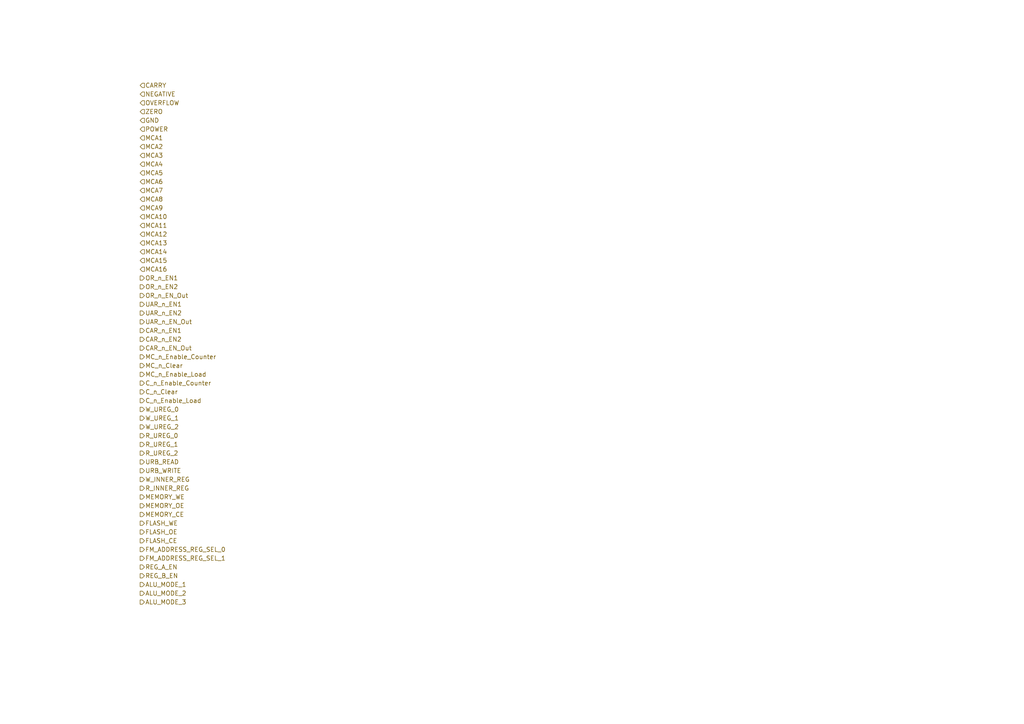
<source format=kicad_sch>
(kicad_sch (version 20230121) (generator eeschema)
  (paper "A4")
  (lib_symbols)
  (hierarchical_label "OVERFLOW" (shape input) (at 40.64 29.845 0))
  (hierarchical_label "MCA7" (shape input) (at 40.64 55.245 0))
  (hierarchical_label "MCA10" (shape input) (at 40.64 62.865 0))
  (hierarchical_label "URB_READ" (shape output) (at 40.64 133.985 0))
  (hierarchical_label "ALU_MODE_3" (shape output) (at 40.64 174.625 0))
  (hierarchical_label "W_UREG_1" (shape output) (at 40.64 121.285 0))
  (hierarchical_label "NEGATIVE" (shape input) (at 40.64 27.305 0))
  (hierarchical_label "C_n_Enable_Counter" (shape output) (at 40.64 111.125 0))
  (hierarchical_label "MCA8" (shape input) (at 40.64 57.785 0))
  (hierarchical_label "MEMORY_OE" (shape output) (at 40.64 146.685 0))
  (hierarchical_label "MEMORY_WE" (shape output) (at 40.64 144.145 0))
  (hierarchical_label "MC_n_Clear" (shape output) (at 40.64 106.045 0))
  (hierarchical_label "MCA6" (shape input) (at 40.64 52.705 0))
  (hierarchical_label "MCA14" (shape input) (at 40.64 73.025 0))
  (hierarchical_label "POWER" (shape input) (at 40.64 37.465 0))
  (hierarchical_label "CARRY" (shape input) (at 40.64 24.765 0))
  (hierarchical_label "MCA2" (shape input) (at 40.64 42.545 0))
  (hierarchical_label "CAR_n_EN1" (shape output) (at 40.64 95.885 0))
  (hierarchical_label "ZERO" (shape input) (at 40.64 32.385 0))
  (hierarchical_label "FLASH_CE" (shape output) (at 40.64 156.845 0))
  (hierarchical_label "UAR_n_EN1" (shape output) (at 40.64 88.265 0))
  (hierarchical_label "W_INNER_REG" (shape output) (at 40.64 139.065 0))
  (hierarchical_label "MCA16" (shape input) (at 40.64 78.105 0))
  (hierarchical_label "R_INNER_REG" (shape output) (at 40.64 141.605 0))
  (hierarchical_label "MCA12" (shape input) (at 40.64 67.945 0))
  (hierarchical_label "CAR_n_EN_Out" (shape output) (at 40.64 100.965 0))
  (hierarchical_label "FLASH_OE" (shape output) (at 40.64 154.305 0))
  (hierarchical_label "MCA11" (shape input) (at 40.64 65.405 0))
  (hierarchical_label "OR_n_EN2" (shape output) (at 40.64 83.185 0))
  (hierarchical_label "R_UREG_1" (shape output) (at 40.64 128.905 0))
  (hierarchical_label "W_UREG_0" (shape output) (at 40.64 118.745 0))
  (hierarchical_label "MCA13" (shape input) (at 40.64 70.485 0))
  (hierarchical_label "UAR_n_EN2" (shape output) (at 40.64 90.805 0))
  (hierarchical_label "FM_ADDRESS_REG_SEL_0" (shape output) (at 40.64 159.385 0))
  (hierarchical_label "C_n_Clear" (shape output) (at 40.64 113.665 0))
  (hierarchical_label "ALU_MODE_2" (shape output) (at 40.64 172.085 0))
  (hierarchical_label "R_UREG_2" (shape output) (at 40.64 131.445 0))
  (hierarchical_label "UAR_n_EN_Out" (shape output) (at 40.64 93.345 0))
  (hierarchical_label "REG_B_EN" (shape output) (at 40.64 167.005 0))
  (hierarchical_label "MCA4" (shape input) (at 40.64 47.625 0))
  (hierarchical_label "OR_n_EN_Out" (shape output) (at 40.64 85.725 0))
  (hierarchical_label "MC_n_Enable_Load" (shape output) (at 40.64 108.585 0))
  (hierarchical_label "OR_n_EN1" (shape output) (at 40.64 80.645 0))
  (hierarchical_label "MCA15" (shape input) (at 40.64 75.565 0))
  (hierarchical_label "ALU_MODE_1" (shape output) (at 40.64 169.545 0))
  (hierarchical_label "REG_A_EN" (shape output) (at 40.64 164.465 0))
  (hierarchical_label "MCA3" (shape input) (at 40.64 45.085 0))
  (hierarchical_label "FLASH_WE" (shape output) (at 40.64 151.765 0))
  (hierarchical_label "C_n_Enable_Load" (shape output) (at 40.64 116.205 0))
  (hierarchical_label "FM_ADDRESS_REG_SEL_1" (shape output) (at 40.64 161.925 0))
  (hierarchical_label "CAR_n_EN2" (shape output) (at 40.64 98.425 0))
  (hierarchical_label "W_UREG_2" (shape output) (at 40.64 123.825 0))
  (hierarchical_label "URB_WRITE" (shape output) (at 40.64 136.525 0))
  (hierarchical_label "MCA9" (shape input) (at 40.64 60.325 0))
  (hierarchical_label "MC_n_Enable_Counter" (shape output) (at 40.64 103.505 0))
  (hierarchical_label "MCA5" (shape input) (at 40.64 50.165 0))
  (hierarchical_label "MCA1" (shape input) (at 40.64 40.005 0))
  (hierarchical_label "GND" (shape input) (at 40.64 34.925 0))
  (hierarchical_label "MEMORY_CE" (shape output) (at 40.64 149.225 0))
  (hierarchical_label "R_UREG_0" (shape output) (at 40.64 126.365 0))
)
</source>
